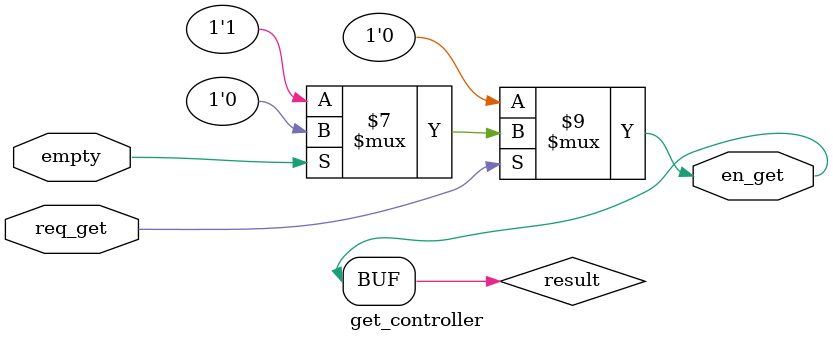
<source format=v>

module get_controller
(
	input   req_get, empty, 
	output  en_get
);
	
	// Local signal for computing whether to pass the enable signal into FIFO 
	reg result=0;
	
	// Process the request to get data from FIFO
	always @ (*)
	begin
		if (req_get == 1'b1)
		begin
				// If the FIFO is not full 
			if (empty == 1'b0)
				begin
					result <= 1'b1;
				end
			else
				begin	
					result <= 1'b0;
				end
		end
		else
		begin
			result <= 1'b0;
		end
	end
	
	// Catch the processed get request 
	assign en_get = result;
	
endmodule

</source>
